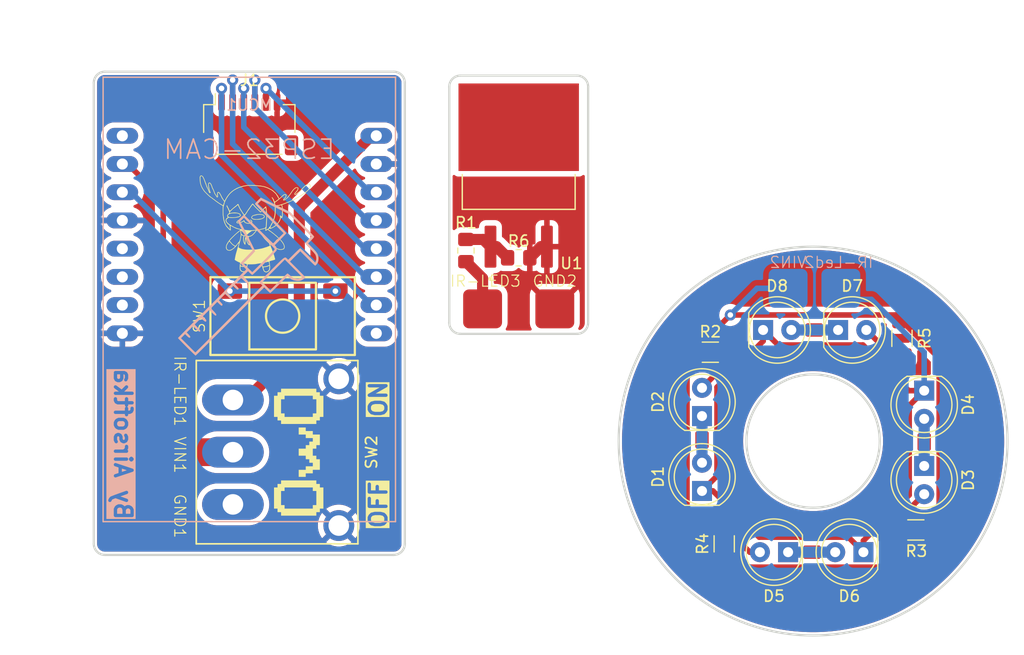
<source format=kicad_pcb>
(kicad_pcb (version 20241229) (generator "pcbnew") (generator_version "9.0")
  (title_block (title "N-G Main board V1 + IR_Led setup V1") (date "2025-05-31"))
  (layers (0 "F.Cu" signal) (2 "B.Cu" signal) (13 "F.Paste" user) (15 "B.Paste" user) (5 "F.SilkS" user "F.Silkscreen") (7 "B.SilkS" user "B.Silkscreen") (1 "F.Mask" user) (3 "B.Mask" user) (25 "Edge.Cuts" user))
  (net 0 "")
  (net 1 "GND")
  (net 2 "IR-Led")
  (net 3 "SCLK")
  (net 4 "CS")
  (net 5 "RST")
  (net 6 "DC")
  (net 7 "MOSI")
  (net 9 "Button1")
  (net 11 "+5V")
  (net 13 "VBAT")
  (net 15 "Net-(D1-A)")
  (net 16 "IR-In")
  (net 17 "Net-(D2-A)")
  (net 18 "Net-(D3-A)")
  (net 19 "Net-(D3-K)")
  (net 20 "Net-(D5-A)")
  (net 21 "Net-(D5-K)")
  (net 22 "Net-(D7-A)")
  (net 23 "Net-(D7-K)")
  (net 24 "Net-(R1-Pad2)")
  (net 26 "unconnected-(MCU1-3V3-PadP$16)")
  (footprint "N-G_board:TD-03X" (layer "F.Cu") (at 68.5 70.25 90)
    (property "Reference" "SW1" (at 0 -7.5 90) (layer "F.SilkS") (effects (font (thickness 0.1))))
    (property "Value" "SW_Push")
    (pad "1" smd roundrect (at 2.25 -4.75 90) (size 1.4 2.2) (layers "F.Cu" "F.Mask") (roundrect_rratio 0.15) (net 9 "Button1"))
    (pad "1" smd roundrect (at 2.25 4.75 90) (size 1.4 2.2) (layers "F.Cu" "F.Mask") (roundrect_rratio 0.15) (net 9 "Button1"))
    (pad "2" smd roundrect (at -2.25 -4.75 90) (size 1.4 2.2) (layers "F.Cu" "F.Mask") (roundrect_rratio 0.15) (net 1 "GND"))
    (pad "2" smd roundrect (at -2.25 4.75 90) (size 1.4 2.2) (layers "F.Cu" "F.Mask") (roundrect_rratio 0.15) (net 1 "GND"))
  )
  (footprint "Resistor_SMD:R_0805_2012Metric_Pad1.20x1.40mm_HandSolder" (layer "F.Cu") (at 89.75 65)
    (property "Reference" "R6" (at 0 -1.5 0) (layer "F.SilkS"))
    (property "Value" "10K")
    (pad "1" smd roundrect (at -1 0) (size 1.2 1.4) (layers "F.Cu" "F.Mask" "F.Paste") (roundrect_rratio 0.208333) (net 24 "Net-(R1-Pad2)"))
    (pad "2" smd roundrect (at 1 0) (size 1.2 1.4) (layers "F.Cu" "F.Mask" "F.Paste") (roundrect_rratio 0.208333) (net 1 "GND"))
  )
  (footprint "LED_THT:LED_D5.0mm" (layer "F.Cu") (at 106.25 79.25 90)
    (property "Reference" "D2" (at 1.27 -3.96 90) (layer "F.SilkS"))
    (property "Value" "LED")
    (pad "1" thru_hole rect (at 0 0 90) (size 1.8 1.8) (drill 0.9) (layers "*.Cu" "*.Mask") (net 15 "Net-(D1-A)"))
    (pad "2" thru_hole circle (at 2.54 0 90) (size 1.8 1.8) (drill 0.9) (layers "*.Cu" "*.Mask") (net 17 "Net-(D2-A)"))
  )
  (footprint "LED_THT:LED_D5.0mm" (layer "F.Cu") (at 118.5 71.5)
    (property "Reference" "D7" (at 1.27 -3.96 0) (layer "F.SilkS"))
    (property "Value" "LED")
    (pad "1" thru_hole rect (at 0 0) (size 1.8 1.8) (drill 0.9) (layers "*.Cu" "*.Mask") (net 23 "Net-(D7-K)"))
    (pad "2" thru_hole circle (at 2.54 0) (size 1.8 1.8) (drill 0.9) (layers "*.Cu" "*.Mask") (net 22 "Net-(D7-A)"))
  )
  (footprint "Resistor_SMD:R_1206_3216Metric_Pad1.30x1.75mm_HandSolder" (layer "F.Cu") (at 108.25 90.75 -90)
    (property "Reference" "R4" (at 0 1.95 90) (layer "F.SilkS"))
    (property "Value" "160R")
    (pad "1" smd roundrect (at -1.55 0 270) (size 1.3 1.75) (layers "F.Cu" "F.Mask" "F.Paste") (roundrect_rratio 0.192308) (net 20 "Net-(D5-A)"))
    (pad "2" smd roundrect (at 1.55 0 270) (size 1.3 1.75) (layers "F.Cu" "F.Mask" "F.Paste") (roundrect_rratio 0.192308) (net 11 "+5V"))
  )
  (footprint "Resistor_SMD:R_1206_3216Metric_Pad1.30x1.75mm_HandSolder" (layer "F.Cu") (at 124.25 72.25 90)
    (property "Reference" "R5" (at 0 2.05 90) (layer "F.SilkS"))
    (property "Value" "160R")
    (pad "1" smd roundrect (at -1.55 0 90) (size 1.3 1.75) (layers "F.Cu" "F.Mask" "F.Paste") (roundrect_rratio 0.192308) (net 22 "Net-(D7-A)"))
    (pad "2" smd roundrect (at 1.55 0 90) (size 1.3 1.75) (layers "F.Cu" "F.Mask" "F.Paste") (roundrect_rratio 0.192308) (net 11 "+5V"))
  )
  (footprint "N-G_ graphic:SHIKANOKO_IMG" (layer "F.Cu") (at 65.75 60.75)
    (property "Reference" "G***" (hide yes))
    (property "Value" "LOGO" (hide yes))
  )
  (footprint "LED_THT:LED_D5.0mm" (layer "F.Cu") (at 120.78 91.5 180)
    (property "Reference" "D6" (at 1.27 -3.96 0) (layer "F.SilkS"))
    (property "Value" "LED")
    (pad "1" thru_hole rect (at 0 0 180) (size 1.8 1.8) (drill 0.9) (layers "*.Cu" "*.Mask") (net 16 "IR-In"))
    (pad "2" thru_hole circle (at 2.54 0 180) (size 1.8 1.8) (drill 0.9) (layers "*.Cu" "*.Mask") (net 21 "Net-(D5-K)"))
  )
  (footprint "LED_THT:LED_D5.0mm" (layer "F.Cu") (at 106.25 85.99 90)
    (property "Reference" "D1" (at 1.27 -3.96 90) (layer "F.SilkS"))
    (property "Value" "LED")
    (pad "1" thru_hole rect (at 0 0 90) (size 1.8 1.8) (drill 0.9) (layers "*.Cu" "*.Mask") (net 16 "IR-In"))
    (pad "2" thru_hole circle (at 2.54 0 90) (size 1.8 1.8) (drill 0.9) (layers "*.Cu" "*.Mask") (net 15 "Net-(D1-A)"))
  )
  (footprint "N-G_board:Pad-3.5mm" (layer "F.Cu") (at 56.75 82.75 -90)
    (property "Reference" "VIN1" (at 0 -2.5 270) (layer "F.SilkS") (effects (font (thickness 0.1))))
    (property "Value" "~")
    (pad "1" smd roundrect (at 0 0 270) (size 3.5 3.5) (layers "F.Cu" "F.Mask") (roundrect_rratio 0.15) (net 13 "VBAT"))
  )
  (footprint "N-G_board:Pad-3.5mm" (layer "F.Cu") (at 93 69.6)
    (property "Reference" "GND2" (at 0 -2.5 0) (layer "F.SilkS") (effects (font (thickness 0.1))))
    (property "Value" "~")
    (pad "1" smd roundrect (at 0 0) (size 3.5 3.5) (layers "F.Cu" "F.Mask") (roundrect_rratio 0.15) (net 1 "GND"))
  )
  (footprint "N-G_board:TO254P1524X483-4N" (layer "F.Cu") (at 89.75 57.6 90)
    (property "Reference" "U1" (at -7.9 4.75 180) (layer "F.SilkS"))
    (property "Value" "IRL540N")
    (pad "1" smd roundrect (at -6.4 -2.54 90) (size 3.78 1.06) (layers "F.Cu" "F.Mask" "F.Paste") (roundrect_rratio 0.125) (net 24 "Net-(R1-Pad2)"))
    (pad "3" smd roundrect (at -6.4 2.54 90) (size 3.78 1.06) (layers "F.Cu" "F.Mask" "F.Paste") (roundrect_rratio 0.125) (net 1 "GND"))
    (pad "4" smd rect (at 4.35 0 90) (size 7.88 10.84) (layers "F.Cu" "F.Mask") (net 16 "IR-In"))
  )
  (footprint "N-G_ graphic:OWO_IMG" (layer "F.Cu") (at 75.02625 82.5 90)
    (property "Reference" "G***" (hide yes))
    (property "Value" "LOGO" (hide yes))
  )
  (footprint "LED_THT:LED_D5.0mm" (layer "F.Cu") (at 126.25 83.74 -90)
    (property "Reference" "D3" (at 1.27 -3.96 90) (layer "F.SilkS"))
    (property "Value" "LED")
    (pad "1" thru_hole rect (at 0 0 270) (size 1.8 1.8) (drill 0.9) (layers "*.Cu" "*.Mask") (net 19 "Net-(D3-K)"))
    (pad "2" thru_hole circle (at 2.54 0 270) (size 1.8 1.8) (drill 0.9) (layers "*.Cu" "*.Mask") (net 18 "Net-(D3-A)"))
  )
  (footprint "Resistor_SMD:R_1206_3216Metric_Pad1.30x1.75mm_HandSolder" (layer "F.Cu") (at 107 73.5 180)
    (property "Reference" "R2" (at 0 1.84 0) (layer "F.SilkS"))
    (property "Value" "160R")
    (pad "1" smd roundrect (at -1.55 0 180) (size 1.3 1.75) (layers "F.Cu" "F.Mask" "F.Paste") (roundrect_rratio 0.192308) (net 17 "Net-(D2-A)"))
    (pad "2" smd roundrect (at 1.55 0 180) (size 1.3 1.75) (layers "F.Cu" "F.Mask" "F.Paste") (roundrect_rratio 0.192308) (net 11 "+5V"))
  )
  (footprint "Connector_JST:JST_SH_SM06B-SRSS-TB_1x06-1MP_P1.00mm_Horizontal" (layer "F.Cu") (at 65.5 53)
    (property "Reference" "J1" (at 0 -3.98 0) (layer "F.SilkS"))
    (property "Value" "Conn_01x06_Pin")
    (pad "1" smd roundrect (at -2.5 -2) (size 0.6 1.55) (layers "F.Cu" "F.Mask" "F.Paste") (net 5 "RST"))
    (pad "2" smd roundrect (at -1.5 -2) (size 0.6 1.55) (layers "F.Cu" "F.Mask" "F.Paste") (net 6 "DC"))
    (pad "3" smd roundrect (at -0.5 -2) (size 0.6 1.55) (layers "F.Cu" "F.Mask" "F.Paste") (net 4 "CS"))
    (pad "4" smd roundrect (at 0.5 -2) (size 0.6 1.55) (layers "F.Cu" "F.Mask" "F.Paste") (net 3 "SCLK"))
    (pad "5" smd roundrect (at 1.5 -2) (size 0.6 1.55) (layers "F.Cu" "F.Mask" "F.Paste") (net 7 "MOSI"))
    (pad "6" smd roundrect (at 2.5 -2) (size 0.6 1.55) (layers "F.Cu" "F.Mask" "F.Paste") (net 1 "GND"))
    (pad "MP" smd roundrect (at -3.8 1.875) (size 1.2 1.8) (layers "F.Cu" "F.Mask" "F.Paste") (roundrect_rratio 0.208333))
    (pad "MP" smd roundrect (at 3.8 1.875) (size 1.2 1.8) (layers "F.Cu" "F.Mask" "F.Paste") (roundrect_rratio 0.208333))
  )
  (footprint "Resistor_SMD:R_1206_3216Metric_Pad1.30x1.75mm_HandSolder" (layer "F.Cu") (at 125.5 89.5)
    (property "Reference" "R3" (at 0.05 1.91 0) (layer "F.SilkS"))
    (property "Value" "160R")
    (pad "1" smd roundrect (at -1.55 0) (size 1.3 1.75) (layers "F.Cu" "F.Mask" "F.Paste") (roundrect_rratio 0.192308) (net 18 "Net-(D3-A)"))
    (pad "2" smd roundrect (at 1.55 0) (size 1.3 1.75) (layers "F.Cu" "F.Mask" "F.Paste") (roundrect_rratio 0.192308) (net 11 "+5V"))
  )
  (footprint "N-G_board:255SB (B1408) - Vertical" (layer "F.Cu") (at 64.025 82.5 90)
    (property "Reference" "SW2" (at 0 12.475 90) (layer "F.SilkS"))
    (property "Value" "~")
    (pad "1" thru_hole oval (at -4.7 0 90) (size 2.775 5.55) (drill 1.85) (layers "*.Cu" "*.Mask"))
    (pad "2" thru_hole oval (at 0 0 90) (size 2.775 5.55) (drill 1.85) (layers "*.Cu" "*.Mask") (net 13 "VBAT"))
    (pad "3" thru_hole oval (at 4.7 0 90) (size 2.775 5.55) (drill 1.85) (layers "*.Cu" "*.Mask") (net 11 "+5V"))
    (pad "4" thru_hole circle (at -6.605 9.53 90) (size 2.775 2.775) (drill 1.85) (layers "*.Cu" "*.Mask") (net 1 "GND"))
    (pad "5" thru_hole circle (at 6.605 9.53 90) (size 2.775 2.775) (drill 1.85) (layers "*.Cu" "*.Mask") (net 1 "GND"))
  )
  (footprint "LED_THT:LED_D5.0mm" (layer "F.Cu") (at 126.25 76.96 -90)
    (property "Reference" "D4" (at 1.27 -3.96 90) (layer "F.SilkS"))
    (property "Value" "LED")
    (pad "1" thru_hole rect (at 0 0 270) (size 1.8 1.8) (drill 0.9) (layers "*.Cu" "*.Mask") (net 16 "IR-In"))
    (pad "2" thru_hole circle (at 2.54 0 270) (size 1.8 1.8) (drill 0.9) (layers "*.Cu" "*.Mask") (net 19 "Net-(D3-K)"))
  )
  (footprint "N-G_board:Pad-3.5mm" (layer "F.Cu") (at 86.5 69.6)
    (property "Reference" "IR-LED3" (at 0.25 -2.5 0) (layer "F.SilkS") (effects (font (thickness 0.1))))
    (property "Value" "~")
    (pad "1" smd roundrect (at 0 0) (size 3.5 3.5) (layers "F.Cu" "F.Mask") (roundrect_rratio 0.15) (net 2 "IR-Led"))
  )
  (footprint "N-G_board:Pad-3.5mm" (layer "F.Cu") (at 56.75 88.25 -90)
    (property "Reference" "GND1" (at 0 -2.5 270) (layer "F.SilkS") (effects (font (thickness 0.1))))
    (property "Value" "~")
    (pad "1" smd roundrect (at 0 0 270) (size 3.5 3.5) (layers "F.Cu" "F.Mask") (roundrect_rratio 0.15) (net 1 "GND"))
  )
  (footprint "Resistor_SMD:R_0805_2012Metric_Pad1.20x1.40mm_HandSolder" (layer "F.Cu") (at 85 64.35 90)
    (property "Reference" "R1" (at 2.5 0 180) (layer "F.SilkS"))
    (property "Value" "100R")
    (pad "1" smd roundrect (at -1 0 90) (size 1.2 1.4) (layers "F.Cu" "F.Mask" "F.Paste") (roundrect_rratio 0.208333) (net 2 "IR-Led"))
    (pad "2" smd roundrect (at 1 0 90) (size 1.2 1.4) (layers "F.Cu" "F.Mask" "F.Paste") (roundrect_rratio 0.208333) (net 24 "Net-(R1-Pad2)"))
  )
  (footprint "LED_THT:LED_D5.0mm" (layer "F.Cu") (at 114 91.5 180)
    (property "Reference" "D5" (at 1.27 -3.96 0) (layer "F.SilkS"))
    (property "Value" "LED")
    (pad "1" thru_hole rect (at 0 0 180) (size 1.8 1.8) (drill 0.9) (layers "*.Cu" "*.Mask") (net 21 "Net-(D5-K)"))
    (pad "2" thru_hole circle (at 2.54 0 180) (size 1.8 1.8) (drill 0.9) (layers "*.Cu" "*.Mask") (net 20 "Net-(D5-A)"))
  )
  (footprint "LED_THT:LED_D5.0mm" (layer "F.Cu") (at 111.75 71.5)
    (property "Reference" "D8" (at 1.27 -3.96 0) (layer "F.SilkS"))
    (property "Value" "LED")
    (pad "1" thru_hole rect (at 0 0) (size 1.8 1.8) (drill 0.9) (layers "*.Cu" "*.Mask") (net 16 "IR-In"))
    (pad "2" thru_hole circle (at 2.54 0) (size 1.8 1.8) (drill 0.9) (layers "*.Cu" "*.Mask") (net 23 "Net-(D7-K)"))
  )
  (footprint "N-G_board:Pad-3.5mm" (layer "F.Cu") (at 56.75 77 -90)
    (property "Reference" "IR-LED1" (at 0 -2.5 270) (layer "F.SilkS") (effects (font (thickness 0.1))))
    (property "Value" "~")
    (pad "1" smd roundrect (at 0 0 270) (size 3.5 3.5) (layers "F.Cu" "F.Mask") (roundrect_rratio 0.15) (net 2 "IR-Led"))
  )
  (footprint "N-G_ graphic:CALIPER_IMG" (layer "B.Cu") (at 65.5 66.75 180)
    (property "Reference" "G***" (hide yes))
    (property "Value" "LOGO" (hide yes))
  )
  (footprint "N-G_board:Pad-3.5mm" (layer "B.Cu") (at 114 67.75 180)
    (property "Reference" "VIN2" (at 0 2.34 0) (layer "B.SilkS") (effects (font (thickness 0.1)) (justify mirror)))
    (property "Value" "~")
    (pad "1" smd roundrect (at 0 0 180) (size 3.5 3.5) (layers "B.Cu" "B.Mask") (roundrect_rratio 0.15) (net 11 "+5V"))
  )
  (footprint "N-G_board:Pad-3.5mm" (layer "B.Cu") (at 118.75 67.75 180)
    (property "Reference" "IR-Led2" (at 0.2 2.34 0) (layer "B.SilkS") (effects (font (thickness 0.1)) (justify mirror)))
    (property "Value" "~")
    (pad "1" smd roundrect (at 0 0 180) (size 3.5 3.5) (layers "B.Cu" "B.Mask") (roundrect_rratio 0.15) (net 16 "IR-In"))
  )
  (footprint "N-G_board:ESP32-CAM" (layer "B.Cu") (at 65.5 64.18 180)
    (property "Reference" "MCU1" (at 0 12.93 0) (layer "B.SilkS") (effects (justify mirror)))
    (property "Value" "ESP32-CAM")
    (fp_text user "ESP32-CAM" (at 0 8.93 0) (layer "B.SilkS") (effects (font (size 1.72 1.72)) (justify mirror)))
    (pad "P$1" thru_hole oval (at -11.43 10.16 180) (size 2.8448 1.4224) (drill 1) (layers "*.Cu" "*.Mask") (net 11 "+5V"))
    (pad "P$2" thru_hole oval (at -11.43 7.62 180) (size 2.8448 1.4224) (drill 1) (layers "*.Cu" "*.Mask") (net 1 "GND"))
    (pad "P$3" thru_hole oval (at -11.43 5.08 180) (size 2.8448 1.4224) (drill 1) (layers "*.Cu" "*.Mask") (net 7 "MOSI"))
    (pad "P$4" thru_hole oval (at -11.43 2.54 180) (size 2.8448 1.4224) (drill 1) (layers "*.Cu" "*.Mask") (net 3 "SCLK"))
    (pad "P$5" thru_hole oval (at -11.43 0 180) (size 2.8448 1.4224) (drill 1) (layers "*.Cu" "*.Mask") (net 4 "CS"))
    (pad "P$6" thru_hole oval (at -11.43 -2.54 180) (size 2.8448 1.4224) (drill 1) (layers "*.Cu" "*.Mask") (net 6 "DC"))
    (pad "P$7" thru_hole oval (at -11.43 -5.08 180) (size 2.8448 1.4224) (drill 1) (layers "*.Cu" "*.Mask") (net 5 "RST"))
    (pad "P$8" thru_hole oval (at -11.43 -7.62 180) (size 2.8448 1.4224) (drill 1) (layers "*.Cu" "*.Mask"))
    (pad "P$9" thru_hole oval (at 11.43 -7.62 180) (size 2.8448 1.4224) (drill 1) (layers "*.Cu" "*.Mask") (net 1 "GND"))
    (pad "P$10" thru_hole oval (at 11.43 -5.08 180) (size 2.8448 1.4224) (drill 1) (layers "*.Cu" "*.Mask"))
    (pad "P$11" thru_hole oval (at 11.43 -2.54 180) (size 2.8448 1.4224) (drill 1) (layers "*.Cu" "*.Mask"))
    (pad "P$12" thru_hole oval (at 11.43 0 180) (size 2.8448 1.4224) (drill 1) (layers "*.Cu" "*.Mask"))
    (pad "P$13" thru_hole oval (at 11.43 2.54 180) (size 2.8448 1.4224) (drill 1) (layers "*.Cu" "*.Mask") (net 1 "GND"))
    (pad "P$14" thru_hole oval (at 11.43 5.08 180) (size 2.8448 1.4224) (drill 1) (layers "*.Cu" "*.Mask") (net 9 "Button1"))
    (pad "P$15" thru_hole oval (at 11.43 7.62 180) (size 2.8448 1.4224) (drill 1) (layers "*.Cu" "*.Mask") (net 2 "IR-Led"))
    (pad "P$16" thru_hole oval (at 11.43 10.16 180) (size 2.8448 1.4224) (drill 1) (layers "*.Cu" "*.Mask") (net 26 "unconnected-(MCU1-3V3-PadP$16)"))
  )
  (gr_line (start 51.5 90.75) (end 51.5 49.25) (stroke (width 0.2)) (layer "Edge.Cuts"))
  (gr_line (start 83.5 70.85) (end 83.5 49.6) (stroke (width 0.2)) (layer "Edge.Cuts"))
  (gr_line (start 84.5 48.6) (end 95 48.6) (stroke (width 0.2)) (layer "Edge.Cuts"))
  (gr_line (start 52.5 48.25) (end 78.5 48.25) (stroke (width 0.2)) (layer "Edge.Cuts"))
  (gr_arc (start 96 70.85) (mid 95.707107 71.557107) (end 95 71.85) (stroke (width 0.2)) (layer "Edge.Cuts"))
  (gr_circle (center 116.25 81.5) (end 133.75 81.5) (stroke (width 0.2)) (fill no) (layer "Edge.Cuts"))
  (gr_line (start 78.5 91.75) (end 52.5 91.75) (stroke (width 0.2)) (layer "Edge.Cuts"))
  (gr_line (start 96 49.6) (end 96 70.85) (stroke (width 0.2)) (layer "Edge.Cuts"))
  (gr_arc (start 84.5 71.85) (mid 83.792893 71.557107) (end 83.5 70.85) (stroke (width 0.2)) (layer "Edge.Cuts"))
  (gr_arc (start 78.5 48.25) (mid 79.207107 48.542893) (end 79.5 49.25) (stroke (width 0.2)) (layer "Edge.Cuts"))
  (gr_circle (center 116.25 81.5) (end 122.25 81.5) (stroke (width 0.2)) (fill no) (layer "Edge.Cuts"))
  (gr_arc (start 51.5 49.25) (mid 51.792893 48.542893) (end 52.5 48.25) (stroke (width 0.2)) (layer "Edge.Cuts"))
  (gr_arc (start 95 48.6) (mid 95.707107 48.892893) (end 96 49.6) (stroke (width 0.2)) (layer "Edge.Cuts"))
  (gr_line (start 95 71.85) (end 84.5 71.85) (stroke (width 0.2)) (layer "Edge.Cuts"))
  (gr_line (start 79.5 49.25) (end 79.5 90.75) (stroke (width 0.2)) (layer "Edge.Cuts"))
  (gr_arc (start 83.5 49.6) (mid 83.792893 48.892893) (end 84.5 48.6) (stroke (width 0.2)) (layer "Edge.Cuts"))
  (gr_arc (start 79.5 90.75) (mid 79.207107 91.457107) (end 78.5 91.75) (stroke (width 0.2)) (layer "Edge.Cuts"))
  (gr_arc (start 52.5 91.75) (mid 51.792893 91.457107) (end 51.5 90.75) (stroke (width 0.2)) (layer "Edge.Cuts"))
  (gr_text "ON" (at 78 79.5 90) (layer "F.SilkS" knockout) (effects (font (size 1.5 1.5) (thickness 0.3) (bold yes)) (justify left bottom)))
  (gr_text "OFF" (at 78 89.5 90) (layer "F.SilkS" knockout) (effects (font (size 1.5 1.5) (thickness 0.3) (bold yes)) (justify left bottom)))
  (gr_text "By Airsoftka" (at 53.25 88.75 270) (layer "B.SilkS" knockout) (effects (font (size 1.5 1.5) (thickness 0.3) (bold yes)) (justify left bottom mirror)))
  (segment (start 92.29 64) (end 91.75 64) (width 1) (layer "F.Cu") (net 1))
  (segment (start 91.75 64) (end 90.75 65) (width 1) (layer "F.Cu") (net 1))
  (segment (start 86.5 66.85) (end 85 65.35) (width 1) (layer "F.Cu") (net 2))
  (segment (start 56.75 77) (end 57.75 76) (width 0.5) (layer "F.Cu") (net 2))
  (segment (start 57.75 76) (end 57.75 59.75) (width 0.5) (layer "F.Cu") (net 2))
  (segment (start 57.75 59.75) (end 54.56 56.56) (width 0.5) (layer "F.Cu") (net 2))
  (segment (start 54.56 56.56) (end 54.07 56.56) (width 0.5) (layer "F.Cu") (net 2))
  (segment (start 86.5 69.6) (end 86.5 66.85) (width 1) (layer "F.Cu") (net 2))
  (segment (start 66 51) (end 66 49) (width 0.5) (layer "F.Cu") (net 3))
  (via (at 66 49) (size 1) (drill 0.5) (layers "F.Cu" "B.Cu") (net 3))
  (segment (start 76.14 61.64) (end 76.93 61.64) (width 0.5) (layer "B.Cu") (net 3))
  (segment (start 66 49) (end 66 51.5) (width 0.5) (layer "B.Cu") (net 3))
  (segment (start 66 51.5) (end 76.14 61.64) (width 0.5) (layer "B.Cu") (net 3))
  (segment (start 65 51) (end 65 49.75) (width 0.5) (layer "F.Cu") (net 4))
  (via (at 65 49.75) (size 1) (drill 0.5) (layers "F.Cu" "B.Cu") (net 4))
  (segment (start 75.93 64.18) (end 76.93 64.18) (width 0.5) (layer "B.Cu") (net 4))
  (segment (start 65 53.25) (end 75.93 64.18) (width 0.5) (layer "B.Cu") (net 4))
  (segment (start 65 49.75) (end 65 53.25) (width 0.5) (layer "B.Cu") (net 4))
  (segment (start 63 51) (end 63 49.75) (width 0.5) (layer "F.Cu") (net 5))
  (via (at 63 49.75) (size 1) (drill 0.5) (layers "F.Cu" "B.Cu") (net 5))
  (segment (start 63 55.75) (end 76.51 69.26) (width 0.5) (layer "B.Cu") (net 5))
  (segment (start 76.01 69.26) (end 76.93 69.26) (width 0.5) (layer "B.Cu") (net 5))
  (segment (start 63 49.75) (end 63 55.75) (width 0.5) (layer "B.Cu") (net 5))
  (segment (start 76.51 69.26) (end 76.93 69.26) (width 0.5) (layer "B.Cu") (net 5))
  (segment (start 64 51) (end 64 49) (width 0.5) (layer "F.Cu") (net 6))
  (via (at 64 49) (size 1) (drill 0.5) (layers "F.Cu" "B.Cu") (net 6))
  (segment (start 76.47 66.72) (end 76.93 66.72) (width 0.5) (layer "B.Cu") (net 6))
  (segment (start 76.93 66.72) (end 75.97 66.72) (width 0.5) (layer "B.Cu") (net 6))
  (segment (start 64 54.75) (end 64 49) (width 0.5) (layer "B.Cu") (net 6))
  (segment (start 75.97 66.72) (end 64 54.75) (width 0.5) (layer "B.Cu") (net 6))
  (segment (start 67 51) (end 67 49.75) (width 0.5) (layer "F.Cu") (net 7))
  (via (at 67 49.75) (size 1) (drill 0.5) (layers "F.Cu" "B.Cu") (net 7))
  (segment (start 76.35 59.1) (end 76.93 59.1) (width 0.5) (layer "B.Cu") (net 7))
  (segment (start 67 49.75) (end 76.35 59.1) (width 0.5) (layer "B.Cu") (net 7))
  (via (at 63.75 68) (size 1) (drill 0.5) (layers "F.Cu" "B.Cu") (net 9))
  (via (at 73.25 68) (size 1) (drill 0.5) (layers "F.Cu" "B.Cu") (net 9))
  (segment (start 73.25 68) (end 63.75 68) (width 0.5) (layer "B.Cu") (net 9))
  (segment (start 63.75 68) (end 54.85 59.1) (width 0.5) (layer "B.Cu") (net 9))
  (segment (start 54.85 59.1) (end 54.07 59.1) (width 0.5) (layer "B.Cu") (net 9))
  (segment (start 64.025 77.8) (end 65.2 77.8) (width 1) (layer "F.Cu") (net 11))
  (segment (start 108.801 92.851) (end 108.25 92.3) (width 0.5) (layer "F.Cu") (net 11))
  (segment (start 108.801 70.149) (end 123.699 70.149) (width 0.5) (layer "F.Cu") (net 11))
  (segment (start 104.899 74.051) (end 105.45 73.5) (width 0.5) (layer "F.Cu") (net 11))
  (segment (start 127.601 88.949) (end 127.05 89.5) (width 0.5) (layer "F.Cu") (net 11))
  (segment (start 104.899 88.949) (end 104.899 74.051) (width 0.5) (layer "F.Cu") (net 11))
  (segment (start 127.601 74.051) (end 127.601 88.949) (width 0.5) (layer "F.Cu") (net 11))
  (segment (start 65.2 77.8) (end 70 73) (width 1) (layer "F.Cu") (net 11))
  (segment (start 70 73) (end 70 60.5) (width 1) (layer "F.Cu") (net 11))
  (segment (start 123.699 70.149) (end 124.25 70.7) (width 0.5) (layer "F.Cu") (net 11))
  (segment (start 127.05 89.5) (end 123.699 92.851) (width 0.5) (layer "F.Cu") (net 11))
  (segment (start 76.48 54.02) (end 76.93 54.02) (width 1) (layer "F.Cu") (net 11))
  (segment (start 124.25 70.7) (end 127.601 74.051) (width 0.5) (layer "F.Cu") (net 11))
  (segment (start 70 60.5) (end 76.48 54.02) (width 1) (layer "F.Cu") (net 11))
  (segment (start 65.95 77.8) (end 64.025 77.8) (width 1) (layer "F.Cu") (net 11))
  (segment (start 108.25 92.3) (end 104.899 88.949) (width 0.5) (layer "F.Cu") (net 11))
  (segment (start 105.45 73.5) (end 108.801 70.149) (width 0.5) (layer "F.Cu") (net 11))
  (segment (start 123.699 92.851) (end 108.801 92.851) (width 0.5) (layer "F.Cu") (net 11))
  (via (at 108.801 70.149) (size 1) (drill 0.5) (layers "F.Cu" "B.Cu") (net 11))
  (segment (start 114 67.75) (end 111.2 67.75) (width 0.5) (layer "B.Cu") (net 11))
  (segment (start 111.2 67.75) (end 108.801 70.149) (width 0.5) (layer "B.Cu") (net 11))
  (segment (start 57 82.5) (end 56.75 82.75) (width 2.5) (layer "F.Cu") (net 13))
  (segment (start 64.025 82.5) (end 57 82.5) (width 2.5) (layer "F.Cu") (net 13))
  (segment (start 106.25 79.25) (end 106.25 83.45) (width 1) (layer "B.Cu") (net 15))
  (segment (start 111.399 90.149) (end 119.429 90.149) (width 0.5) (layer "F.Cu") (net 16))
  (segment (start 119.429 90.149) (end 120.78 91.5) (width 0.5) (layer "F.Cu") (net 16))
  (segment (start 120.741 72.851) (end 113.101 72.851) (width 0.5) (layer "F.Cu") (net 16))
  (segment (start 107.24 85.99) (end 111.399 90.149) (width 0.5) (layer "F.Cu") (net 16))
  (segment (start 107.601 84.639) (end 106.25 85.99) (width 0.5) (layer "F.Cu") (net 16))
  (segment (start 106.25 85.99) (end 107.24 85.99) (width 0.5) (layer "F.Cu") (net 16))
  (segment (start 120.78 90.47) (end 124.899 86.351) (width 0.5) (layer "F.Cu") (net 16))
  (segment (start 107.601 76.649) (end 107.601 84.639) (width 0.5) (layer "F.Cu") (net 16))
  (segment (start 111.75 72.5) (end 107.601 76.649) (width 0.5) (layer "F.Cu") (net 16))
  (segment (start 126.25 76.96) (end 124.85 76.96) (width 0.5) (layer "F.Cu") (net 16))
  (segment (start 111.75 71.5) (end 111.75 72.5) (width 0.5) (layer "F.Cu") (net 16))
  (segment (start 120.78 91.5) (end 120.78 90.47) (width 0.5) (layer "F.Cu") (net 16))
  (segment (start 124.899 78.311) (end 126.25 76.96) (width 0.5) (layer "F.Cu") (net 16))
  (segment (start 113.101 72.851) (end 111.75 71.5) (width 0.5) (layer "F.Cu") (net 16))
  (segment (start 124.899 86.351) (end 124.899 78.311) (width 0.5) (layer "F.Cu") (net 16))
  (segment (start 124.85 76.96) (end 120.741 72.851) (width 0.5) (layer "F.Cu") (net 16))
  (segment (start 126.25 76.96) (end 126.25 73.5) (width 0.5) (layer "B.Cu") (net 16))
  (segment (start 121.5 68.75) (end 119.75 68.75) (width 0.5) (layer "B.Cu") (net 16))
  (segment (start 119.75 68.75) (end 118.75 67.75) (width 0.5) (layer "B.Cu") (net 16))
  (segment (start 126.25 73.5) (end 121.5 68.75) (width 0.5) (layer "B.Cu") (net 16))
  (segment (start 108.55 74.41) (end 106.25 76.71) (width 0.5) (layer "F.Cu") (net 17))
  (segment (start 108.55 73.5) (end 108.55 74.41) (width 0.5) (layer "F.Cu") (net 17))
  (segment (start 123.95 88.58) (end 126.25 86.28) (width 0.5) (layer "F.Cu") (net 18))
  (segment (start 123.95 89.5) (end 123.95 88.58) (width 0.5) (layer "F.Cu") (net 18))
  (segment (start 126.25 79.5) (end 126.25 83.74) (width 1) (layer "B.Cu") (net 19))
  (segment (start 110.55 91.5) (end 108.25 89.2) (width 0.5) (layer "F.Cu") (net 20))
  (segment (start 111.46 91.5) (end 110.55 91.5) (width 0.5) (layer "F.Cu") (net 20))
  (segment (start 118.24 91.5) (end 114 91.5) (width 1) (layer "B.Cu") (net 21))
  (segment (start 123.34 73.8) (end 121.04 71.5) (width 0.5) (layer "F.Cu") (net 22))
  (segment (start 124.25 73.8) (end 123.34 73.8) (width 0.5) (layer "F.Cu") (net 22))
  (segment (start 118.5 71.5) (end 114.29 71.5) (width 1) (layer "B.Cu") (net 23))
  (segment (start 87.21 64) (end 87.75 64) (width 1) (layer "F.Cu") (net 24))
  (segment (start 86.56 63.35) (end 87.21 64) (width 1) (layer "F.Cu") (net 24))
  (segment (start 85 63.35) (end 86.56 63.35) (width 1) (layer "F.Cu") (net 24))
  (segment (start 87.75 64) (end 88.75 65) (width 1) (layer "F.Cu") (net 24))
  (segment (start 54.09 54) (end 54.07 54.02) (width 0.5) (layer "B.Cu") (net 26))
  (zone (net 1) (net_name "GND") (layers "F.Cu" "B.Cu") (connect_pads (clearance 0.5)) (min_thickness 0.25) (fill yes (thermal_gap 0.5) (thermal_bridge_width 0.5))
    (polygon (pts (xy 51.5 47.5) (xy 80.25 47.5) (xy 80.25 91.5) (xy 79.5 92.5) (xy 51.5 92.5) (xy 50.75 91.75) (xy 50.75 48.25)))
  )
  (zone (net 1) (net_name "GND") (layers "F.Cu" "B.Cu") (priority 2) (connect_pads (clearance 0.5)) (min_thickness 0.25) (fill yes (thermal_gap 0.5) (thermal_bridge_width 0.5))
    (polygon (pts (xy 82.04 48) (xy 97.79 48) (xy 97.79 72.75) (xy 82.54 72.75) (xy 81.04 71.25) (xy 81.04 49)))
  )
  (zone (net 1) (net_name "GND") (layers "F.Cu" "B.Cu") (priority 1) (connect_pads (clearance 0.5)) (min_thickness 0.25) (fill yes (thermal_gap 0.5) (thermal_bridge_width 0.5))
    (polygon (pts (xy 97.25 74) (xy 109 64) (xy 124.25 63.75) (xy 133.25 72.25) (xy 135.25 83.25) (xy 128.25 97.75) (xy 111.5 100.75) (xy 99.75 92)))
  )
)
</source>
